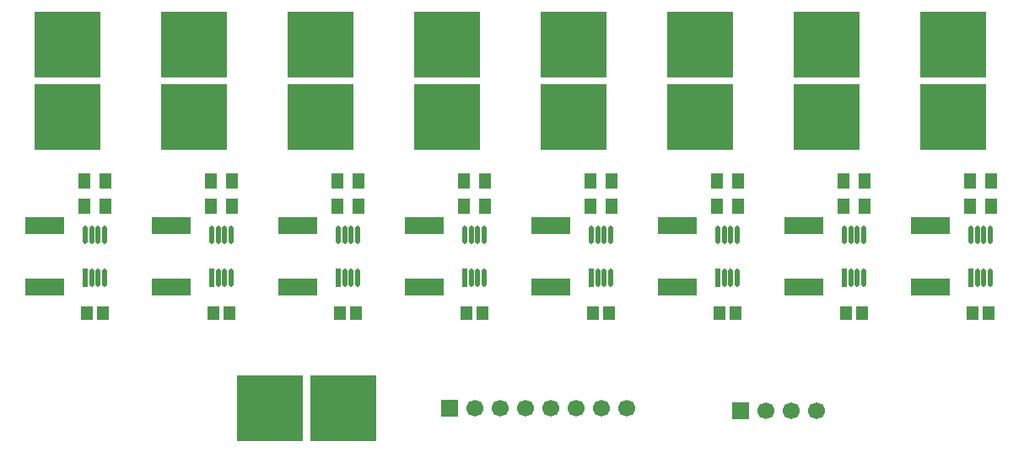
<source format=gbr>
%TF.GenerationSoftware,Altium Limited,Altium Designer,23.10.1 (27)*%
G04 Layer_Color=8388736*
%FSLAX45Y45*%
%MOMM*%
%TF.SameCoordinates,A038C99E-A49E-49FA-BA90-4B12FE75E0D5*%
%TF.FilePolarity,Negative*%
%TF.FileFunction,Soldermask,Top*%
%TF.Part,Single*%
G01*
G75*
%TA.AperFunction,SMDPad,CuDef*%
%ADD11R,1.30464X1.45620*%
G04:AMPARAMS|DCode=12|XSize=1.8565mm|YSize=0.49798mm|CornerRadius=0.24899mm|HoleSize=0mm|Usage=FLASHONLY|Rotation=90.000|XOffset=0mm|YOffset=0mm|HoleType=Round|Shape=RoundedRectangle|*
%AMROUNDEDRECTD12*
21,1,1.85650,0.00000,0,0,90.0*
21,1,1.35852,0.49798,0,0,90.0*
1,1,0.49798,0.00000,0.67926*
1,1,0.49798,0.00000,-0.67926*
1,1,0.49798,0.00000,-0.67926*
1,1,0.49798,0.00000,0.67926*
%
%ADD12ROUNDEDRECTD12*%
%ADD13R,0.49798X1.85650*%
%ADD14R,4.00000X1.80000*%
%ADD32R,1.30000X1.50000*%
%TA.AperFunction,ComponentPad*%
%ADD33R,6.70000X6.70000*%
%ADD34R,6.70000X6.70000*%
%ADD35R,1.70000X1.70000*%
%ADD36C,1.70000*%
D11*
X9224578Y9486900D02*
D03*
X9063422D02*
D03*
X7954578D02*
D03*
X7793422D02*
D03*
X6684578D02*
D03*
X6523422D02*
D03*
X5414578D02*
D03*
X5253422D02*
D03*
X14304578D02*
D03*
X14143422D02*
D03*
X13034578D02*
D03*
X12873422D02*
D03*
X11764578D02*
D03*
X11603422D02*
D03*
X10494578D02*
D03*
X10333422D02*
D03*
D12*
X9046500Y10273486D02*
D03*
X9111500D02*
D03*
X9176500D02*
D03*
X9241500D02*
D03*
Y9843314D02*
D03*
X9176500D02*
D03*
X9111500D02*
D03*
X7776500Y10273486D02*
D03*
X7841500D02*
D03*
X7906500D02*
D03*
X7971500D02*
D03*
Y9843314D02*
D03*
X7906500D02*
D03*
X7841500D02*
D03*
X6506500Y10273486D02*
D03*
X6571500D02*
D03*
X6636500D02*
D03*
X6701500D02*
D03*
Y9843314D02*
D03*
X6636500D02*
D03*
X6571500D02*
D03*
X5236500Y10273486D02*
D03*
X5301500D02*
D03*
X5366500D02*
D03*
X5431500D02*
D03*
Y9843314D02*
D03*
X5366500D02*
D03*
X5301500D02*
D03*
X14126500Y10273486D02*
D03*
X14191499D02*
D03*
X14256500D02*
D03*
X14321500D02*
D03*
Y9843314D02*
D03*
X14256500D02*
D03*
X14191499D02*
D03*
X12856500Y10273486D02*
D03*
X12921500D02*
D03*
X12986501D02*
D03*
X13051500D02*
D03*
Y9843314D02*
D03*
X12986501D02*
D03*
X12921500D02*
D03*
X11586500Y10273486D02*
D03*
X11651500D02*
D03*
X11716500D02*
D03*
X11781500D02*
D03*
Y9843314D02*
D03*
X11716500D02*
D03*
X11651500D02*
D03*
X10316500Y10273486D02*
D03*
X10381500D02*
D03*
X10446500D02*
D03*
X10511500D02*
D03*
Y9843314D02*
D03*
X10446500D02*
D03*
X10381500D02*
D03*
D13*
X9046500D02*
D03*
X7776500D02*
D03*
X6506500D02*
D03*
X5236500D02*
D03*
X14126500D02*
D03*
X12856500D02*
D03*
X11586500D02*
D03*
X10316500D02*
D03*
D14*
X8636000Y9748400D02*
D03*
Y10368400D02*
D03*
X7366000Y9748400D02*
D03*
Y10368400D02*
D03*
X6096000Y9748400D02*
D03*
Y10368400D02*
D03*
X4826000Y9748400D02*
D03*
Y10368400D02*
D03*
X13716000Y9748400D02*
D03*
Y10368400D02*
D03*
X12446000Y9748400D02*
D03*
Y10368400D02*
D03*
X11176000Y9748400D02*
D03*
Y10368400D02*
D03*
X9906000Y9748400D02*
D03*
Y10368400D02*
D03*
D32*
X12849001Y10566400D02*
D03*
X13059000D02*
D03*
X10309000D02*
D03*
X10519000D02*
D03*
X7769000D02*
D03*
X7979000D02*
D03*
X5229000D02*
D03*
X5439000D02*
D03*
X12849001Y10820400D02*
D03*
X13059000D02*
D03*
X10309000D02*
D03*
X10519000D02*
D03*
X7769000D02*
D03*
X7979000D02*
D03*
X5229000D02*
D03*
X5439000D02*
D03*
X14119000Y10566400D02*
D03*
X14328999D02*
D03*
X11579000D02*
D03*
X11789000D02*
D03*
X9039000D02*
D03*
X9249000D02*
D03*
X6499000D02*
D03*
X6709000D02*
D03*
X14119000Y10820400D02*
D03*
X14328999D02*
D03*
X11579000D02*
D03*
X11789000D02*
D03*
X9039000D02*
D03*
X9249000D02*
D03*
X6499000D02*
D03*
X6709000D02*
D03*
D33*
X7091680Y8534400D02*
D03*
X7823200D02*
D03*
D34*
X8864600Y11460480D02*
D03*
Y12192000D02*
D03*
X7594600Y11460480D02*
D03*
Y12192000D02*
D03*
X6324600Y11460480D02*
D03*
Y12192000D02*
D03*
X5054600Y11460480D02*
D03*
Y12192000D02*
D03*
X13944600Y11460480D02*
D03*
Y12192000D02*
D03*
X12674600Y11460480D02*
D03*
Y12192000D02*
D03*
X11404600Y11460480D02*
D03*
Y12192000D02*
D03*
X10134600Y11460480D02*
D03*
Y12192000D02*
D03*
D35*
X8890000Y8534400D02*
D03*
X11811000Y8509000D02*
D03*
D36*
X9144000Y8534400D02*
D03*
X9398000D02*
D03*
X9652000D02*
D03*
X9906000D02*
D03*
X10160000D02*
D03*
X10414000D02*
D03*
X10668000D02*
D03*
X12573000Y8509000D02*
D03*
X12319000D02*
D03*
X12065000D02*
D03*
%TF.MD5,fbaeec6ecf351968a7f2b96cd2b338c7*%
M02*

</source>
